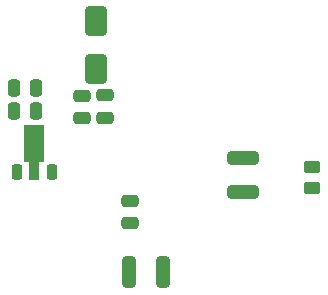
<source format=gbp>
G04 #@! TF.GenerationSoftware,KiCad,Pcbnew,8.0.7*
G04 #@! TF.CreationDate,2025-01-24T14:26:26+01:00*
G04 #@! TF.ProjectId,STM32F4_GateSignalGenerator_GateDriver,53544d33-3246-4345-9f47-617465536967,rev?*
G04 #@! TF.SameCoordinates,Original*
G04 #@! TF.FileFunction,Paste,Bot*
G04 #@! TF.FilePolarity,Positive*
%FSLAX46Y46*%
G04 Gerber Fmt 4.6, Leading zero omitted, Abs format (unit mm)*
G04 Created by KiCad (PCBNEW 8.0.7) date 2025-01-24 14:26:26*
%MOMM*%
%LPD*%
G01*
G04 APERTURE LIST*
G04 Aperture macros list*
%AMRoundRect*
0 Rectangle with rounded corners*
0 $1 Rounding radius*
0 $2 $3 $4 $5 $6 $7 $8 $9 X,Y pos of 4 corners*
0 Add a 4 corners polygon primitive as box body*
4,1,4,$2,$3,$4,$5,$6,$7,$8,$9,$2,$3,0*
0 Add four circle primitives for the rounded corners*
1,1,$1+$1,$2,$3*
1,1,$1+$1,$4,$5*
1,1,$1+$1,$6,$7*
1,1,$1+$1,$8,$9*
0 Add four rect primitives between the rounded corners*
20,1,$1+$1,$2,$3,$4,$5,0*
20,1,$1+$1,$4,$5,$6,$7,0*
20,1,$1+$1,$6,$7,$8,$9,0*
20,1,$1+$1,$8,$9,$2,$3,0*%
%AMFreePoly0*
4,1,9,3.862500,-0.866500,0.737500,-0.866500,0.737500,-0.450000,-0.737500,-0.450000,-0.737500,0.450000,0.737500,0.450000,0.737500,0.866500,3.862500,0.866500,3.862500,-0.866500,3.862500,-0.866500,$1*%
G04 Aperture macros list end*
%ADD10RoundRect,0.250000X1.075000X-0.312500X1.075000X0.312500X-1.075000X0.312500X-1.075000X-0.312500X0*%
%ADD11RoundRect,0.250000X-0.475000X0.250000X-0.475000X-0.250000X0.475000X-0.250000X0.475000X0.250000X0*%
%ADD12RoundRect,0.250000X-0.450000X0.262500X-0.450000X-0.262500X0.450000X-0.262500X0.450000X0.262500X0*%
%ADD13RoundRect,0.250000X0.475000X-0.250000X0.475000X0.250000X-0.475000X0.250000X-0.475000X-0.250000X0*%
%ADD14RoundRect,0.250000X0.650000X-1.000000X0.650000X1.000000X-0.650000X1.000000X-0.650000X-1.000000X0*%
%ADD15RoundRect,0.250000X-0.250000X-0.475000X0.250000X-0.475000X0.250000X0.475000X-0.250000X0.475000X0*%
%ADD16RoundRect,0.250000X0.312500X1.075000X-0.312500X1.075000X-0.312500X-1.075000X0.312500X-1.075000X0*%
%ADD17RoundRect,0.225000X0.225000X-0.425000X0.225000X0.425000X-0.225000X0.425000X-0.225000X-0.425000X0*%
%ADD18FreePoly0,90.000000*%
G04 APERTURE END LIST*
D10*
X144230000Y-111232500D03*
X144230000Y-108307500D03*
D11*
X130627800Y-103038600D03*
X130627800Y-104938600D03*
D12*
X150090000Y-109057500D03*
X150090000Y-110882500D03*
D13*
X134660000Y-113850000D03*
X134660000Y-111950000D03*
D14*
X131800000Y-100750000D03*
X131800000Y-96750000D03*
D15*
X124840000Y-104320000D03*
X126740000Y-104320000D03*
D13*
X132580000Y-104930000D03*
X132580000Y-103030000D03*
D15*
X124850000Y-102360000D03*
X126750000Y-102360000D03*
D16*
X137512500Y-118000000D03*
X134587500Y-118000000D03*
D17*
X128092500Y-109500000D03*
D18*
X126592500Y-109412500D03*
D17*
X125092500Y-109500000D03*
M02*

</source>
